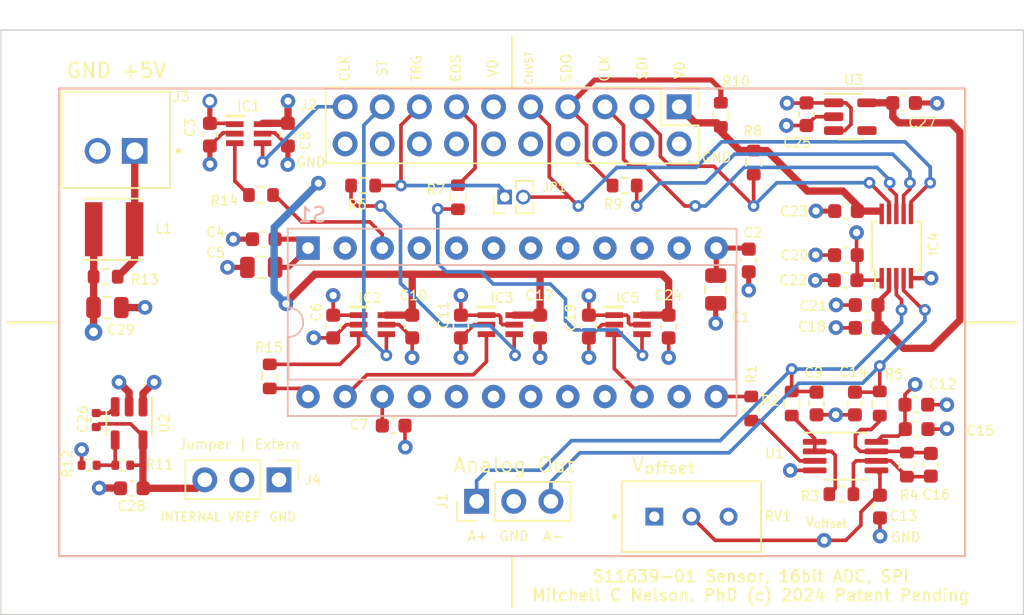
<source format=kicad_pcb>
(kicad_pcb (version 20211014) (generator pcbnew)
  (title_block (title "S11639-01 Sensor Board with SPI interface") (date "2023-12-25") (rev "0.1") (company "Mitchell C Nelson, PhD (c) 2023"))
  (layers (0 "F.Cu" signal) (1 "In1.Cu" signal) (2 "In2.Cu" signal) (31 "B.Cu" signal) (34 "B.Paste" user) (35 "F.Paste" user) (36 "B.SilkS" user "B.Silkscreen") (37 "F.SilkS" user "F.Silkscreen") (38 "B.Mask" user) (39 "F.Mask" user) (44 "Edge.Cuts" user))
  (net 0 "")
  (net 1 "+5V")
  (net 2 "Earth")
  (net 3 "Net-(C7-Pad1)")
  (net 4 "VD")
  (net 5 "Net-(C9-Pad2)")
  (net 6 "VAA")
  (net 7 "Net-(C13-Pad1)")
  (net 8 "Net-(C14-Pad1)")
  (net 9 "Net-(C16-Pad1)")
  (net 10 "Net-(C16-Pad2)")
  (net 11 "+1V8")
  (net 12 "Net-(C26-Pad2)")
  (net 13 "Net-(IC1-Pad3)")
  (net 14 "Net-(IC2-Pad3)")
  (net 15 "Net-(IC3-Pad3)")
  (net 16 "Net-(IC3-Pad4)")
  (net 17 "Net-(C26-Pad1)")
  (net 18 "Net-(IC4-Pad7)")
  (net 19 "Net-(R11-Pad2)")
  (net 20 "Net-(IC5-Pad3)")
  (net 21 "Net-(IC5-Pad4)")
  (net 22 "/+4_6.5V_input")
  (net 23 "Net-(R1-Pad1)")
  (net 24 "Net-(R1-Pad2)")
  (net 25 "Net-(R2-Pad1)")
  (net 41 "CCD:CLK")
  (net 42 "CCD:ST")
  (net 43 "SPI:SDI")
  (net 44 "SPI:CLK")
  (net 45 "SPI:SDO")
  (net 46 "CCD:EOS")
  (net 47 "CCD:TRIG")
  (net 48 "SPI:CNVST")
  (net 49 "Net-(R14-Pad2)")
  (net 50 "Net-(R15-Pad2)")
  (footprint "Resistor_SMD:R_0603_1608Metric" (layer "F.Cu") (at 137.7 90.64 180)
    (fp_text reference "R9")
    (fp_text value "49.9")
  )
  (footprint "Capacitor_SMD:C_0603_1608Metric" (layer "F.Cu") (at 154.26 100.38 180)
    (fp_text reference "C18")
    (fp_text value "1uF")
  )
  (footprint "Capacitor_SMD:C_0603_1608Metric" (layer "F.Cu") (at 113 94.31 180)
    (fp_text reference "C4")
    (fp_text value "0.1uF")
  )
  (footprint "Capacitor_SMD:C_0603_1608Metric" (layer "F.Cu") (at 117.75 100.29 -90)
    (fp_text reference "C6")
    (fp_text value "0.1uF")
  )
  (footprint "Resistor_SMD:R_0603_1608Metric" (layer "F.Cu") (at 157.01 109.74 -90)
    (fp_text reference "R4")
    (fp_text value "2k")
  )
  (footprint "Capacitor_SMD:C_0603_1608Metric" (layer "F.Cu") (at 157.68 107.31)
    (fp_text reference "C15")
    (fp_text value "0.1uF")
  )
  (footprint "Connector_PinHeader_2.54mm:PinHeader_1x03_P2.54mm_Vertical" (layer "F.Cu") (at 114.045 110.78 -90)
    (fp_text reference "J4")
    (fp_text value "Conn_01x03_Male")
  )
  (footprint "Capacitor_SMD:C_0603_1608Metric" (layer "F.Cu") (at 114.653332 87.16 -90)
    (fp_text reference "C8")
    (fp_text value "0.1uF")
  )
  (footprint "Resistor_SMD:R_0603_1608Metric" (layer "F.Cu") (at 146.36 105.9 -90)
    (fp_text reference "R1")
    (fp_text value "100")
  )
  (footprint "BournsTrimPot_3296W-1-502LF:TRIM_3296W-1-502LF" (layer "F.Cu") (at 142.27 113.3)
    (fp_text reference "RV1")
    (fp_text value "10K")
  )
  (footprint "Resistor_SMD:R_0603_1608Metric" (layer "F.Cu") (at 144.28 85.8 90)
    (fp_text reference "R10")
    (fp_text value "30K")
  )
  (footprint "Package_TO_SOT_SMD:SOT-23-5" (layer "F.Cu") (at 153.1425 85.93)
    (fp_text reference "U3")
    (fp_text value "TPS72218")
  )
  (footprint "Capacitor_SMD:C_0603_1608Metric" (layer "F.Cu") (at 152.84 95.4 180)
    (fp_text reference "C20")
    (fp_text value "10uF")
  )
  (footprint "Package_TO_SOT_SMD:TSOT-23-5" (layer "F.Cu") (at 103.785 106.92 -90)
    (fp_text reference "U2")
    (fp_text value "LT1761-BYP")
  )
  (footprint "Package_SO:MSOP-10_3x3mm_P0.5mm" (layer "F.Cu") (at 156.29 94.78 90)
    (fp_text reference "IC4")
    (fp_text value "MCP33131D-10-I_MS")
  )
  (footprint "Connector_PinHeader_2.54mm:PinHeader_2x10_P2.54mm_Vertical" (layer "F.Cu") (at 141.43 85.25 -90)
    (fp_text reference "J2")
    (fp_text value "Conn_02x10_Odd_Even")
  )
  (footprint "Connector_PinHeader_1.27mm:PinHeader_1x02_P1.27mm_Vertical" (layer "F.Cu") (at 129.49 91.43 90)
    (fp_text reference "JP1")
    (fp_text value "Jumper_2_Open")
  )
  (footprint "Capacitor_SMD:C_0805_2012Metric" (layer "F.Cu") (at 112.83 96.24 180)
    (fp_text reference "C5")
    (fp_text value "22uF")
  )
  (footprint "Resistor_SMD:R_0603_1608Metric" (layer "F.Cu") (at 113.41 103.7 -90)
    (fp_text reference "R15")
    (fp_text value "82")
  )
  (footprint "74VLC1T45GW_125:SOT65P210X110-6N" (layer "F.Cu") (at 120.443334 100.16)
    (fp_text reference "IC2")
    (fp_text value "74LVC1T45GW,125" hide)
  )
  (footprint "Resistor_SMD:R_0402_1005Metric" (layer "F.Cu") (at 101.05 109.78 180)
    (fp_text reference "R12")
    (fp_text value "4.4K")
  )
  (footprint "Resistor_SMD:R_0603_1608Metric" (layer "F.Cu") (at 149.13 105.5575 90)
    (fp_text reference "R2")
    (fp_text value "24.9")
  )
  (footprint "Resistor_SMD:R_0603_1608Metric" (layer "F.Cu") (at 126.29 91.44 90)
    (fp_text reference "R7")
    (fp_text value "49.9")
  )
  (footprint "Capacitor_SMD:C_0603_1608Metric" (layer "F.Cu") (at 146.19 95.77 -90)
    (fp_text reference "C2")
    (fp_text value "0.1uF")
  )
  (footprint "Capacitor_SMD:C_0603_1608Metric" (layer "F.Cu") (at 103.97 111.36 180)
    (fp_text reference "C28")
    (fp_text value "10uF")
  )
  (footprint "Capacitor_SMD:C_0603_1608Metric" (layer "F.Cu") (at 152.85 92.39 180)
    (fp_text reference "C23")
    (fp_text value "0.1uF")
  )
  (footprint "Capacitor_SMD:C_0603_1608Metric" (layer "F.Cu") (at 150.1425 85.76 -90)
    (fp_text reference "C25")
    (fp_text value "1uF")
  )
  (footprint "Capacitor_SMD:C_0603_1608Metric" (layer "F.Cu") (at 153.4575 105.5575 -90)
    (fp_text reference "C14")
    (fp_text value "2nF")
  )
  (footprint "Resistor_SMD:R_0603_1608Metric" (layer "F.Cu") (at 102.18 96.88 180)
    (fp_text reference "R13")
    (fp_text value "100")
  )
  (footprint "Inductor_SMD:L_Taiyo-Yuden_NR-40xx" (layer "F.Cu") (at 102.76 93.63 180)
    (fp_text reference "L1")
    (fp_text value "10uH")
  )
  (footprint "Resistor_SMD:R_0603_1608Metric" (layer "F.Cu") (at 146.53 89.07 -90)
    (fp_text reference "R8")
    (fp_text value "10K")
  )
  (footprint "Capacitor_SMD:C_0603_1608Metric" (layer "F.Cu") (at 131.91 100.29 -90)
    (fp_text reference "C17")
    (fp_text value "0.1uF")
  )
  (footprint "Capacitor_SMD:C_0603_1608Metric" (layer "F.Cu") (at 152.82 97.12 180)
    (fp_text reference "C22")
    (fp_text value "100pf")
  )
  (footprint "Capacitor_SMD:C_0603_1608Metric" (layer "F.Cu") (at 123.16 100.29 -90)
    (fp_text reference "C10")
    (fp_text value "0.1uF")
  )
  (footprint "Resistor_SMD:R_0402_1005Metric" (layer "F.Cu") (at 103.35 109.78 180)
    (fp_text reference "R11")
    (fp_text value "10K")
  )
  (footprint "Connector_PinHeader_2.54mm:PinHeader_1x03_P2.54mm_Vertical" (layer "F.Cu") (at 127.57 112.25 90)
    (fp_text reference "J1")
    (fp_text value "Conn_01x03_Male")
  )
  (footprint "Capacitor_SMD:C_0805_2012Metric" (layer "F.Cu") (at 102.3 98.99)
    (fp_text reference "C29")
    (fp_text value "22uF")
  )
  (footprint "Capacitor_SMD:C_0603_1608Metric" (layer "F.Cu") (at 154.26 98.82 180)
    (fp_text reference "C21")
    (fp_text value "0.1uF")
  )
  (footprint "Capacitor_SMD:C_0603_1608Metric" (layer "F.Cu") (at 121.89 107.07)
    (fp_text reference "C7")
    (fp_text value "1uF")
  )
  (footprint "Capacitor_SMD:C_0603_1608Metric" (layer "F.Cu") (at 150.83 105.5575 90)
    (fp_text reference "C9")
    (fp_text value "2nF")
  )
  (footprint "Resistor_SMD:R_0603_1608Metric" (layer "F.Cu") (at 112.81 91.29)
    (fp_text reference "R14")
    (fp_text value "82")
  )
  (footprint "Capacitor_SMD:C_0603_1608Metric" (layer "F.Cu") (at 140.71 100.29 -90)
    (fp_text reference "C24")
    (fp_text value "0.1uF")
  )
  (footprint "74VLC1T45GW_125:SOT65P210X110-6N" (layer "F.Cu") (at 137.936668 100.16)
    (fp_text reference "IC5")
    (fp_text value "74LVC1T45GW,125" hide)
  )
  (footprint "Resistor_SMD:R_0603_1608Metric" (layer "F.Cu") (at 152.53 111.7625)
    (fp_text reference "R3")
    (fp_text value "2k")
  )
  (footprint "Capacitor_SMD:C_0402_1005Metric" (layer "F.Cu") (at 101.535 106.69 90)
    (fp_text reference "C26")
    (fp_text value "0.01uF")
  )
  (footprint "Package_SO:MSOP-8_3x3mm_P0.65mm" (layer "F.Cu") (at 152.8175 109.1575)
    (fp_text reference "U1")
    (fp_text value "ADA4807-2ARMZ-R7")
  )
  (footprint "74VLC1T45GW_125:SOT65P210X110-6N" (layer "F.Cu") (at 111.97 87.09)
    (fp_text reference "IC1")
    (fp_text value "74LVC1T45GW,125" hide)
  )
  (footprint "Capacitor_SMD:C_0603_1608Metric" (layer "F.Cu") (at 157.66 105.64)
    (fp_text reference "C12")
    (fp_text value "10uF")
  )
  (footprint "74VLC1T45GW_125:SOT65P210X110-6N" (layer "F.Cu") (at 129.19 100.16)
    (fp_text reference "IC3")
    (fp_text value "74LVC1T45GW,125" hide)
  )
  (footprint "705430001:MOLEX_705430001" (layer "F.Cu") (at 102.9 88.27)
    (fp_text reference "J3")
    (fp_text value "705430001")
  )
  (footprint "Capacitor_SMD:C_0805_2012Metric" (layer "F.Cu") (at 143.93 97.75 -90)
    (fp_text reference "C1")
    (fp_text value "22uF")
  )
  (footprint "Capacitor_SMD:C_0603_1608Metric" (layer "F.Cu") (at 135.25 100.29 -90)
    (fp_text reference "C19")
    (fp_text value "0.1uF")
  )
  (footprint "Resistor_SMD:R_0603_1608Metric" (layer "F.Cu") (at 155.1575 105.5575 90)
    (fp_text reference "R5")
    (fp_text value "24.9")
  )
  (footprint "Capacitor_SMD:C_0603_1608Metric" (layer "F.Cu") (at 158.65 109.75 -90)
    (fp_text reference "C16")
    (fp_text value "2p")
  )
  (footprint "Capacitor_SMD:C_0603_1608Metric" (layer "F.Cu") (at 156.82 84.99)
    (fp_text reference "C27")
    (fp_text value "1uF")
  )
  (footprint "Capacitor_SMD:C_0603_1608Metric" (layer "F.Cu") (at 126.49 100.29 -90)
    (fp_text reference "C11")
    (fp_text value "0.1uF")
  )
  (footprint "Capacitor_SMD:C_0603_1608Metric" (layer "F.Cu") (at 109.313332 87.16 -90)
    (fp_text reference "C3")
    (fp_text value "0.1uF")
  )
  (footprint "Capacitor_SMD:C_0603_1608Metric" (layer "F.Cu") (at 155.17 112.6125 -90)
    (fp_text reference "C13")
    (fp_text value "0.1uF")
  )
  (footprint "Resistor_SMD:R_0603_1608Metric" (layer "F.Cu") (at 119.8 90.64)
    (fp_text reference "R6")
    (fp_text value "49.9")
  )
  (footprint "Package_DIP:DIP-24_W10.16mm_Socket" (layer "B.Cu") (at 116.03 94.92 -90)
    (fp_text reference "S1")
    (fp_text value "S11639-01")
  )
  (gr_rect (start 99 116) (end 161 84) (layer "B.SilkS") (width 0.15) (fill none))
  (gr_line (start 130 119.5) (end 130 116) (layer "F.SilkS") (width 0.15))
  (gr_line (start 95.5 100) (end 99 100) (layer "F.SilkS") (width 0.15))
  (gr_line (start 161 100) (end 164.5 100) (layer "F.SilkS") (width 0.15))
  (gr_rect (start 99 84) (end 161 116) (layer "F.SilkS") (width 0.15) (fill none))
  (gr_line (start 130 84) (end 130 80.5) (layer "F.SilkS") (width 0.15))
  (gr_rect (start 95 80) (end 165 120) (layer "Edge.Cuts") (width 0.1) (fill none))
  (gr_text "GND" (at 101.03 82.77) (layer "F.SilkS") (effects (font (size 1 1))))
  (gr_text "A+" (at 127.66 114.64) (layer "F.SilkS") (effects (font (size 0.66 0.66) (thickness 0.1))))
  (gr_text "INTERNAL" (at 108 113.32) (layer "F.SilkS") (effects (font (size 0.6 0.6) (thickness 0.1))))
  (gr_text "Analog Out" (at 130.12 109.77) (layer "F.SilkS") (effects (font (size 1 1) (thickness 0.12))))
  (gr_text "GND" (at 114.3 113.32) (layer "F.SilkS") (effects (font (size 0.6 0.6) (thickness 0.1))))
  (gr_text "S11639-01 Sensor, 16bit ADC, SPI\nMitchell C Nelson, PhD (c) 2024 Patent Pending" (at 146.33 118.03) (layer "F.SilkS") (effects (font (size 0.8 0.8) (thickness 0.14))))
  (gr_text "SDO" (at 133.7 82.61 90) (layer "F.SilkS") (effects (font (size 0.66 0.66) (thickness 0.1))))
  (gr_text "EOS" (at 126.15 82.610001 90) (layer "F.SilkS") (effects (font (size 0.66 0.66) (thickness 0.1))))
  (gr_text "GND" (at 143.98 88.73) (layer "F.SilkS") (effects (font (size 0.66 0.66) (thickness 0.1))))
  (gr_text "V_{offset}" (at 151.5 113.66) (layer "F.SilkS") (effects (font (size 0.66 0.66) (thickness 0.1))))
  (gr_text "CLK" (at 118.54 82.61 90) (layer "F.SilkS") (effects (font (size 0.66 0.66) (thickness 0.1))))
  (gr_text "TRG" (at 123.45 82.610001 90) (layer "F.SilkS") (effects (font (size 0.66 0.66) (thickness 0.1))))
  (gr_text "VD" (at 141.46 82.74 90) (layer "F.SilkS") (effects (font (size 0.66 0.66) (thickness 0.1))))
  (gr_text "SDI" (at 138.91 82.610001 90) (layer "F.SilkS") (effects (font (size 0.66 0.66) (thickness 0.1))))
  (gr_text "CNVST" (at 131.15 82.61 90) (layer "F.SilkS") (effects (font (size 0.5 0.5) (thickness 0.08))))
  (gr_text "CLK" (at 136.31 82.61 90) (layer "F.SilkS") (effects (font (size 0.66 0.66) (thickness 0.1))))
  (gr_text "GND" (at 130.13 114.64) (layer "F.SilkS") (effects (font (size 0.66 0.66) (thickness 0.1))))
  (gr_text "A-" (at 132.81 114.64) (layer "F.SilkS") (effects (font (size 0.66 0.66) (thickness 0.1))))
  (gr_text "VD" (at 128.67 82.61 90) (layer "F.SilkS") (effects (font (size 0.66 0.66) (thickness 0.1))))
  (gr_text "GND" (at 116.22 89.05) (layer "F.SilkS") (effects (font (size 0.66 0.66) (thickness 0.1))))
  (gr_text "VREF" (at 111.65 113.32) (layer "F.SilkS") (effects (font (size 0.6 0.6) (thickness 0.1))))
  (gr_text "+5V" (at 104.79 82.77) (layer "F.SilkS") (effects (font (size 1 1))))
  (gr_text "Jumper | Extern" (at 107.13 108.34) (layer "F.SilkS") (effects (font (size 0.66 0.66) (thickness 0.1)) (justify left)))
  (gr_text "GND" (at 156.94 114.7) (layer "F.SilkS") (effects (font (size 0.66 0.66) (thickness 0.1))))
  (gr_text "ST" (at 121.12 82.610001 90) (layer "F.SilkS") (effects (font (size 0.66 0.66) (thickness 0.1))))
  (gr_text "V_{offset}" (at 140.34 109.77) (layer "F.SilkS") (effects (font (size 1 1) (thickness 0.12))))
  (segment (start 113.78 96.24) (end 114.71 96.24) (width 0.35) (layer "F.Cu") (net 1))
  (segment (start 137.961668 100.035) (end 138.086668 100.16) (width 0.25) (layer "F.Cu") (net 1))
  (segment (start 137.836668 99.51) (end 137.961668 99.635) (width 0.25) (layer "F.Cu") (net 1))
  (segment (start 152.76 86.88) (end 153.19 86.45) (width 0.25) (layer "F.Cu") (net 1))
  (segment (start 104.735 105.7825) (end 104.735 104.865) (width 0.5) (layer "F.Cu") (net 1))
  (segment (start 137.961668 99.635) (end 137.961668 100.035) (width 0.25) (layer "F.Cu") (net 1))
  (segment (start 129.09 99.51) (end 129.215 99.635) (width 0.25) (layer "F.Cu") (net 1))
  (segment (start 152.84 84.98) (end 152.005 84.98) (width 0.25) (layer "F.Cu") (net 1))
  (segment (start 153.19 85.33) (end 152.84 84.98) (width 0.25) (layer "F.Cu") (net 1))
  (segment (start 138.086668 100.16) (end 138.886668 100.16) (width 0.25) (layer "F.Cu") (net 1))
  (segment (start 119.488334 99.515) (end 119.493334 99.51) (width 0.25) (layer "F.Cu") (net 1))
  (segment (start 148.8125 85) (end 150.1275 85) (width 0.25) (layer "F.Cu") (net 1))
  (segment (start 101.355 96.88) (end 101.355 98.985) (width 0.5) (layer "F.Cu") (net 1))
  (segment (start 150.1425 84.985) (end 152 84.985) (width 0.25) (layer "F.Cu") (net 1))
  (segment (start 109.313332 84.863332) (end 109.31 84.86) (width 0.25) (layer "F.Cu") (net 1))
  (segment (start 136.986668 99.51) (end 137.836668 99.51) (width 0.25) (layer "F.Cu") (net 1))
  (segment (start 126.49 99.515) (end 128.235 99.515) (width 0.25) (layer "F.Cu") (net 1))
  (segment (start 128.24 99.51) (end 129.09 99.51) (width 0.25) (layer "F.Cu") (net 1))
  (segment (start 152 84.985) (end 152.005 84.98) (width 0.25) (layer "F.Cu") (net 1))
  (segment (start 101.36 96.875) (end 101.355 96.88) (width 0.25) (layer "F.Cu") (net 1))
  (segment (start 114.71 96.24) (end 116.03 94.92) (width 0.35) (layer "F.Cu") (net 1))
  (segment (start 150.1275 85) (end 150.1425 84.985) (width 0.25) (layer "F.Cu") (net 1))
  (segment (start 117.75 99.515) (end 119.488334 99.515) (width 0.25) (layer "F.Cu") (net 1))
  (segment (start 109.313332 86.385) (end 111.015 86.385) (width 0.25) (layer "F.Cu") (net 1))
  (segment (start 115.42 94.31) (end 116.03 94.92) (width 0.35) (layer "F.Cu") (net 1))
  (segment (start 136.981668 99.515) (end 136.986668 99.51) (width 0.25) (layer "F.Cu") (net 1))
  (segment (start 126.49 99.515) (end 126.49 98.16) (width 0.25) (layer "F.Cu") (net 1))
  (segment (start 146.115 94.92) (end 146.19 94.995) (width 0.25) (layer "F.Cu") (net 1))
  (segment (start 128.235 99.515) (end 128.24 99.51) (width 0.25) (layer "F.Cu") (net 1))
  (segment (start 143.97 94.92) (end 146.115 94.92) (width 0.35) (layer "F.Cu") (net 1))
  (segment (start 129.34 100.16) (end 130.14 100.16) (width 0.25) (layer "F.Cu") (net 1))
  (segment (start 143.97 96.76) (end 143.93 96.8) (width 0.25) (layer "F.Cu") (net 1))
  (segment (start 109.313332 86.385) (end 109.313332 84.863332) (width 0.35) (layer "F.Cu") (net 1))
  (segment (start 129.215 100.035) (end 129.34 100.16) (width 0.25) (layer "F.Cu") (net 1))
  (segment (start 129.215 99.635) (end 129.215 100.035) (width 0.25) (layer "F.Cu") (net 1))
  (segment (start 153.19 86.45) (end 153.19 85.33) (width 0.25) (layer "F.Cu") (net 1))
  (segment (start 143.97 94.92) (end 143.97 96.76) (width 0.35) (layer "F.Cu") (net 1))
  (segment (start 104.735 104.865) (end 105.5 104.1) (width 0.5) (layer "F.Cu") (net 1))
  (segment (start 135.25 99.515) (end 135.25 98.18) (width 0.25) (layer "F.Cu") (net 1))
  (segment (start 135.25 99.515) (end 136.981668 99.515) (width 0.25) (layer "F.Cu") (net 1))
  (segment (start 152.005 86.88) (end 152.76 86.88) (width 0.25) (layer "F.Cu") (net 1))
  (segment (start 113.775 94.31) (end 115.42 94.31) (width 0.35) (layer "F.Cu") (net 1))
  (segment (start 117.75 99.515) (end 117.75 98.16) (width 0.25) (layer "F.Cu") (net 1))
  (segment (start 101.355 98.985) (end 101.355 100.655) (width 0.5) (layer "F.Cu") (net 1))
  (segment (start 101.36 93.63) (end 101.36 96.875) (width 0.5) (layer "F.Cu") (net 1))
  (via (at 148.8125 85) (size 1) (drill 0.5) (layers "F.Cu" "B.Cu") (net 1))
  (via (at 109.31 84.86) (size 1) (drill 0.6) (layers "F.Cu" "B.Cu") (net 1))
  (via (at 105.5 104.1) (size 1) (drill 0.5) (layers "F.Cu" "B.Cu") (net 1))
  (via (at 126.49 98.16) (size 1) (drill 0.5) (layers "F.Cu" "B.Cu") (net 1))
  (via (at 101.35 100.66) (size 1.2) (drill 0.6) (layers "F.Cu" "B.Cu") (net 1))
  (via (at 135.25 98.18) (size 1) (drill 0.5) (layers "F.Cu" "B.Cu") (net 1))
  (via (at 117.75 98.16) (size 1) (drill 0.5) (layers "F.Cu" "B.Cu") (net 1))
  (segment (start 152.14 106.3325) (end 153.4575 106.3325) (width 0.25) (layer "F.Cu") (net 2))
  (segment (start 127.395 100.16) (end 128.24 100.16) (width 0.25) (layer "F.Cu") (net 2))
  (segment (start 123.16 102.4) (end 123.15 102.41) (width 0.25) (layer "F.Cu") (net 2))
  (segment (start 131.91 101.065) (end 131.91 102.41) (width 0.25) (layer "F.Cu") (net 2))
  (segment (start 122.665 108.525) (end 122.69 108.55) (width 0.25) (layer "F.Cu") (net 2))
  (segment (start 153.485 98.82) (end 152.18 98.82) (width 0.25) (layer "F.Cu") (net 2))
  (segment (start 152.065 95.4) (end 150.78 95.4) (width 0.25) (layer "F.Cu") (net 2))
  (segment (start 111.88 96.24) (end 110.52 96.24) (width 0.35) (layer "F.Cu") (net 2))
  (segment (start 158.455 107.31) (end 159.72 107.31) (width 0.25) (layer "F.Cu") (net 2))
  (segment (start 148.7725 86.53) (end 150.1375 86.53) (width 0.25) (layer "F.Cu") (net 2))
  (segment (start 112.92 87.03) (end 113.748332 87.03) (width 0.25) (layer "F.Cu") (net 2))
  (segment (start 140.71 101.065) (end 140.71 102.41) (width 0.25) (layer "F.Cu") (net 2))
  (segment (start 116.425 101.065) (end 116.42 101.06) (width 0.25) (layer "F.Cu") (net 2))
  (segment (start 149.03 110.1325) (end 150.705 110.1325) (width 0.25) (layer "F.Cu") (net 2))
  (segment (start 150.83 106.3325) (end 152.14 106.3325) (width 0.25) (layer "F.Cu") (net 2))
  (segment (start 159.72 107.31) (end 159.75 107.28) (width 0.25) (layer "F.Cu") (net 2))
  (segment (start 150.1375 86.53) (end 150.1425 86.535) (width 0.25) (layer "F.Cu") (net 2))
  (segment (start 118.655 100.16) (end 119.493334 100.16) (width 0.25) (layer "F.Cu") (net 2))
  (segment (start 103.785 104.795) (end 103.785 105.7825) (width 0.5) (layer "F.Cu") (net 2))
  (segment (start 150.76 97.12) (end 150.75 97.13) (width 0.25) (layer "F.Cu") (net 2))
  (segment (start 152.045 97.12) (end 150.76 97.12) (width 0.25) (layer "F.Cu") (net 2))
  (segment (start 150.78 95.4) (end 150.77 95.39) (width 0.25) (layer "F.Cu") (net 2))
  (segment (start 112.225 94.31) (end 110.91 94.31) (width 0.35) (layer "F.Cu") (net 2))
  (segment (start 117.75 101.065) (end 118.655 100.16) (width 0.25) (layer "F.Cu") (net 2))
  (segment (start 123.16 101.065) (end 123.16 102.4) (width 0.25) (layer "F.Cu") (net 2))
  (segment (start 114.653332 87.935) (end 114.653332 89.186668) (width 0.35) (layer "F.Cu") (net 2))
  (segment (start 150.7475 85.93) (end 152.005 85.93) (width 0.25) (layer "F.Cu") (net 2))
  (segment (start 152.18 100.38) (end 152.16 100.36) (width 0.25) (layer "F.Cu") (net 2))
  (segment (start 103.25 98.99) (end 104.86 98.99) (width 0.5) (layer "F.Cu") (net 2))
  (segment (start 113.748332 87.03) (end 114.653332 87.935) (width 0.25) (layer "F.Cu") (net 2))
  (segment (start 101.74 111.34) (end 103.175 111.34) (width 0.5) (layer "F.Cu") (net 2))
  (segment (start 158.435 105.64) (end 159.75 105.64) (width 0.25) (layer "F.Cu") (net 2))
  (segment (start 109.313332 87.935) (end 109.313332 89.173332) (width 0.35) (layer "F.Cu") (net 2))
  (segment (start 155.17 114.6225) (end 155.18 114.6325) (width 0.25) (layer "F.Cu") (net 2))
  (segment (start 152.18 98.82) (end 152.17 98.81) (width 0.25) (layer "F.Cu") (net 2))
  (segment (start 100.54 109.78) (end 100.54 108.71) (width 0.25) (layer "F.Cu") (net 2))
  (segment (start 122.665 107.07) (end 122.665 108.525) (width 0.25) (layer "F.Cu") (net 2))
  (segment (start 136.155 100.16) (end 135.25 101.065) (width 0.25) (layer "F.Cu") (net 2))
  (segment (start 152.075 92.39) (end 150.8 92.39) (width 0.35) (layer "F.Cu") (net 2))
  (segment (start 155.17 113.3875) (end 155.17 114.6225) (width 0.25) (layer "F.Cu") (net 2))
  (segment (start 121.393334 100.16) (end 122.255 100.16) (width 0.25) (layer "F.Cu") (net 2))
  (segment (start 103.09 104.1) (end 103.785 104.795) (width 0.5) (layer "F.Cu") (net 2))
  (segment (start 146.19 96.545) (end 146.19 97.8) (width 0.35) (layer "F.Cu") (net 2))
  (segment (start 126.49 101.065) (end 126.49 102.37) (width 0.25) (layer "F.Cu") (net 2))
  (segment (start 153.485 100.38) (end 152.18 100.38) (width 0.25) (layer "F.Cu") (net 2))
  (segment (start 157.595 84.99) (end 159.06 84.99) (width 0.35) (layer "F.Cu") (net 2))
  (segment (start 150.1425 86.535) (end 150.7475 85.93) (width 0.25) (layer "F.Cu") (net 2))
  (segment (start 117.75 101.065) (end 116.425 101.065) (width 0.25) (layer "F.Cu") (net 2))
  (segment (start 111.02 87.03) (end 110.218332 87.03) (width 0.25) (layer "F.Cu") (net 2))
  (segment (start 143.93 98.7) (end 143.93 100.07) (width 0.35) (layer "F.Cu") (net 2))
  (segment (start 110.218332 87.03) (end 109.313332 87.935) (width 0.25) (layer "F.Cu") (net 2))
  (segment (start 122.255 100.16) (end 123.16 101.065) (width 0.25) (layer "F.Cu") (net 2))
  (segment (start 150.8 92.39) (end 150.79 92.38) (width 0.25) (layer "F.Cu") (net 2))
  (segment (start 114.653332 89.186668) (end 114.64 89.2) (width 0.25) (layer "F.Cu") (net 2))
  (segment (start 109.313332 89.173332) (end 109.32 89.18) (width 0.25) (layer "F.Cu") (net 2))
  (segment (start 103.175 111.34) (end 103.195 111.36) (width 0.25) (layer "F.Cu") (net 2))
  (segment (start 135.25 101.065) (end 135.25 102.37) (width 0.25) (layer "F.Cu") (net 2))
  (segment (start 126.49 101.065) (end 127.395 100.16) (width 0.25) (layer "F.Cu") (net 2))
  (segment (start 157.29 96.98) (end 158.67 96.98) (width 0.3) (layer "F.Cu") (net 2))
  (segment (start 136.986668 100.16) (end 136.155 100.16) (width 0.25) (layer "F.Cu") (net 2))
  (segment (start 159.06 84.99) (end 159.08 85.01) (width 0.25) (layer "F.Cu") (net 2))
  (via (at 150.75 97.13) (size 1) (drill 0.5) (layers "F.Cu" "B.Cu") (net 2))
  (via (at 116.42 101.06) (size 1) (drill 0.5) (layers "F.Cu" "B.Cu") (net 2))
  (via (at 143.93 100.07) (size 1) (drill 0.5) (layers "F.Cu" "B.Cu") (net 2))
  (via (at 110.91 94.31) (size 1) (drill 0.5) (layers "F.Cu" "B.Cu") (net 2))
  (via (at 150.77 95.39) (size 1) (drill 0.5) (layers "F.Cu" "B.Cu") (net 2))
  (via (at 158.67 96.98) (size 1) (drill 0.5) (layers "F.Cu" "B.Cu") (net 2))
  (via (at 126.49 102.41) (size 1) (drill 0.5) (layers "F.Cu" "B.Cu") (net 2))
  (via (at 104.87 98.98) (size 1) (drill 0.5) (layers "F.Cu" "B.Cu") (net 2))
  (via (at 150.79 92.38) (size 1) (drill 0.5) (layers "F.Cu" "B.Cu") (net 2))
  (via (at 110.52 96.24) (size 1) (drill 0.5) (layers "F.Cu" "B.Cu") (net 2))
  (via (at 149.03 110.1325) (size 1) (drill 0.5) (layers "F.Cu" "B.Cu") (net 2))
  (via (at 131.91 102.41) (size 1) (drill 0.5) (layers "F.Cu" "B.Cu") (net 2))
  (via (at 155.18 114.6325) (size 1) (drill 0.5) (layers "F.Cu" "B.Cu") (net 2))
  (via (at 152.14 106.3325) (size 1) (drill 0.5) (layers "F.Cu" "B.Cu") (net 2))
  (via (at 148.7725 86.53) (size 1) (drill 0.5) (layers "F.Cu" "B.Cu") (net 2))
  (via (at 140.71 102.41) (size 1) (drill 0.5) (layers "F.Cu" "B.Cu") (net 2))
  (via (at 100.54 108.71) (size 1) (drill 0.5) (layers "F.Cu" "B.Cu") (net 2))
  (via (at 122.69 108.55) (size 1) (drill 0.5) (layers "F.Cu" "B.Cu") (net 2))
  (via (at 159.75 105.64) (size 1) (drill 0.5) (layers "F.Cu" "B.Cu") (net 2))
  (via (at 114.64 89.2) (size 1) (drill 0.5) (layers "F.Cu" "B.Cu") (net 2))
  (via (at 123.15 102.41) (size 1) (drill 0.5) (layers "F.Cu" "B.Cu") (net 2))
  (via (at 109.32 89.18) (size 1) (drill 0.5) (layers "F.Cu" "B.Cu") (net 2))
  (via (at 159.08 85.01) (size 1) (drill 0.5) (layers "F.Cu" "B.Cu") (net 2))
  (via (at 135.25 102.41) (size 1) (drill 0.5) (layers "F.Cu" "B.Cu") (net 2))
  (via (at 152.16 100.36) (size 1) (drill 0.5) (layers "F.Cu" "B.Cu") (net 2))
  (via (at 103.09 104.1) (size 1) (drill 0.5) (layers "F.Cu" "B.Cu") (net 2))
  (via (at 101.74 111.34) (size 1) (drill 0.5) (layers "F.Cu" "B.Cu") (net 2))
  (via (at 152.17 98.81) (size 1) (drill 0.5) (layers "F.Cu" "B.Cu") (net 2))
  (via (at 159.75 107.28) (size 1) (drill 0.5) (layers "F.Cu" "B.Cu") (net 2))
  (via (at 146.19 97.8) (size 1) (drill 0.5) (layers "F.Cu" "B.Cu") (net 2))
  (segment (start 121.11 107.065) (end 121.115 107.07) (width 0.25) (layer "F.Cu") (net 3))
  (segment (start 121.11 105.08) (end 121.11 107.065) (width 0.25) (layer "F.Cu") (net 3))
  (segment (start 114.515 98.735) (end 114.515 98.685) (width 0.5) (layer "F.Cu") (net 4))
  (segment (start 123.16 99.515) (end 123.16 96.75) (width 0.5) (layer "F.Cu") (net 4))
  (segment (start 121.393334 99.51) (end 123.155 99.51) (width 0.5) (layer "F.Cu") (net 4))
  (segment (start 130.14 99.51) (end 131.905 99.51) (width 0.5) (layer "F.Cu") (net 4))
  (segment (start 144.005 86.35) (end 144.28 86.625) (width 0.5) (layer "F.Cu") (net 4))
  (segment (start 143.6875 86.35) (end 144.005 86.35) (width 0.5) (layer "F.Cu") (net 4))
  (segment (start 152.64 91.02) (end 153.625 92.005) (width 0.5) (layer "F.Cu") (net 4))
  (segment (start 123.155 99.51) (end 123.16 99.515) (width 0.5) (layer "F.Cu") (net 4))
  (segment (start 131.91 96.71) (end 140.24 96.71) (width 0.5) (layer "F.Cu") (net 4))
  (segment (start 140.24 96.71) (end 140.71 97.18) (width 0.5) (layer "F.Cu") (net 4))
  (segment (start 145.5775 88.24) (end 146.525 88.24) (width 0.5) (layer "F.Cu") (net 4))
  (segment (start 140.705 99.51) (end 140.71 99.515) (width 0.5) (layer "F.Cu") (net 4))
  (segment (start 150.21 91.02) (end 152.64 91.02) (width 0.5) (layer "F.Cu") (net 4))
  (segment (start 146.53 88.245) (end 147.435 88.245) (width 0.5) (layer "F.Cu") (net 4))
  (segment (start 140.71 97.18) (end 140.71 99.515) (width 0.5) (layer "F.Cu") (net 4))
  (segment (start 123.16 96.75) (end 123.12 96.71) (width 0.5) (layer "F.Cu") (net 4))
  (segment (start 144.28 86.625) (end 144.28 86.9425) (width 0.5) (layer "F.Cu") (net 4))
  (segment (start 114.66 86.378332) (end 114.653332 86.385) (width 0.5) (layer "F.Cu") (net 4))
  (segment (start 114.515 98.685) (end 116.49 96.71) (width 0.5) (layer "F.Cu") (net 4))
  (segment (start 142.53 86.35) (end 143.6875 86.35) (width 0.5) (layer "F.Cu") (net 4))
  (segment (start 153.625 92.005) (end 153.625 92.39) (width 0.5) (layer "F.Cu") (net 4))
  (segment (start 131.91 99.515) (end 131.91 96.71) (width 0.5) (layer "F.Cu") (net 4))
  (segment (start 138.886668 99.51) (end 140.705 99.51) (width 0.5) (layer "F.Cu") (net 4))
  (segment (start 112.92 86.38) (end 114.648332 86.38) (width 0.5) (layer "F.Cu") (net 4))
  (segment (start 141.43 85.25) (end 142.53 86.35) (width 0.5) (layer "F.Cu") (net 4))
  (segment (start 114.66 84.86) (end 114.66 86.378332) (width 0.5) (layer "F.Cu") (net 4))
  (segment (start 144.28 86.9425) (end 145.5775 88.24) (width 0.5) (layer "F.Cu") (net 4))
  (segment (start 123.12 96.71) (end 131.91 96.71) (width 0.5) (layer "F.Cu") (net 4))
  (segment (start 147.435 88.245) (end 150.21 91.02) (width 0.5) (layer "F.Cu") (net 4))
  (segment (start 153.625 92.39) (end 155.1 92.39) (width 0.5) (layer "F.Cu") (net 4))
  (segment (start 131.905 99.51) (end 131.91 99.515) (width 0.5) (layer "F.Cu") (net 4))
  (segment (start 114.648332 86.38) (end 114.653332 86.385) (width 0.5) (layer "F.Cu") (net 4))
  (segment (start 116.49 96.71) (end 123.12 96.71) (width 0.5) (layer "F.Cu") (net 4))
  (segment (start 146.525 88.24) (end 146.53 88.245) (width 0.5) (layer "F.Cu") (net 4))
  (via (at 114.515 98.735) (size 1) (drill 0.5) (layers "F.Cu" "B.Cu") (net 4))
  (via (at 114.66 84.86) (size 1) (drill 0.5) (layers "F.Cu" "B.Cu") (net 4))
  (via (at 116.74 90.48) (size 1) (drill 0.5) (layers "F.Cu" "B.Cu") (net 4))
  (segment (start 113.71 97.93) (end 113.71 93.51) (width 0.5) (layer "B.Cu") (net 4))
  (segment (start 114.515 98.735) (end 113.71 97.93) (width 0.5) (layer "B.Cu") (net 4))
  (segment (start 113.71 93.51) (end 116.74 90.48) (width 0.5) (layer "B.Cu") (net 4))
  (segment (start 156.29 98.11) (end 156.65 98.47) (width 0.25) (layer "F.Cu") (net 5))
  (segment (start 149.13 104.7325) (end 150.78 104.7325) (width 0.25) (layer "F.Cu") (net 5))
  (segment (start 150.78 104.7325) (end 150.83 104.7825) (width 0.25) (layer "F.Cu") (net 5))
  (segment (start 156.29 96.98) (end 156.29 98.11) (width 0.25) (layer "F.Cu") (net 5))
  (segment (start 156.65 98.47) (end 156.65 99.15) (width 0.25) (layer "F.Cu") (net 5))
  (segment (start 149.13 104.7325) (end 149.13 103.2) (width 0.25) (layer "F.Cu") (net 5))
  (via (at 156.65 99.15) (size 0.8) (drill 0.4) (layers "F.Cu" "B.Cu") (net 5))
  (via (at 149.13 103.2) (size 0.8) (drill 0.4) (layers "F.Cu" "B.Cu") (net 5))
  (segment (start 127.57 110.85) (end 127.57 112.25) (width 0.25) (layer "B.Cu") (net 5))
  (segment (start 134.06 108.1) (end 132.04 110.12) (width 0.25) (layer "B.Cu") (net 5))
  (segment (start 149.13 103.2) (end 144.23 108.1) (width 0.25) (layer "B.Cu") (net 5))
  (segment (start 156.65 100.02) (end 156.65 99.15) (width 0.25) (layer "B.Cu") (net 5))
  (segment (start 153.47 103.2) (end 156.65 100.02) (width 0.25) (layer "B.Cu") (net 5))
  (segment (start 128.3 110.12) (end 127.57 110.85) (width 0.25) (layer "B.Cu") (net 5))
  (segment (start 144.23 108.1) (end 134.06 108.1) (width 0.25) (layer "B.Cu") (net 5))
  (segment (start 149.13 103.2) (end 153.47 103.2) (width 0.25) (layer "B.Cu") (net 5))
  (segment (start 132.04 110.12) (end 128.3 110.12) (width 0.25) (layer "B.Cu") (net 5))
  (segment (start 156.425 107.79) (end 156.905 107.31) (width 0.25) (layer "F.Cu") (net 6))
  (segment (start 157.58 104.25) (end 156.885 104.945) (width 0.25) (layer "F.Cu") (net 6))
  (segment (start 153.615 97.1) (end 153.595 97.12) (width 0.25) (layer "F.Cu") (net 6))
  (segment (start 153.57 95.355) (end 153.615 95.4) (width 0.25) (layer "F.Cu") (net 6))
  (segment (start 156.885 105.64) (end 156.885 107.29) (width 0.25) (layer "F.Cu") (net 6))
  (segment (start 155.3225 107.79) (end 156.425 107.79) (width 0.25) (layer "F.Cu") (net 6))
  (segment (start 155.15 97.12) (end 155.29 96.98) (width 0.25) (layer "F.Cu") (net 6))
  (segment (start 153.615 95.4) (end 153.615 97.1) (width 0.25) (layer "F.Cu") (net 6))
  (segment (start 154.93 108.1825) (end 155.3225 107.79) (width 0.25) (layer "F.Cu") (net 6))
  (segment (start 156.885 104.945) (end 156.885 105.64) (width 0.25) (layer "F.Cu") (net 6))
  (segment (start 153.595 97.12) (end 155.15 97.12) (width 0.25) (layer "F.Cu") (net 6))
  (segment (start 156.885 107.29) (end 156.905 107.31) (width 0.25) (layer "F.Cu") (net 6))
  (segment (start 153.57 93.86) (end 153.57 95.355) (width 0.25) (layer "F.Cu") (net 6))
  (via (at 157.58 104.25) (size 1) (drill 0.5) (layers "F.Cu" "B.Cu") (net 6))
  (via (at 153.57 93.86) (size 1) (drill 0.5) (layers "F.Cu" "B.Cu") (net 6))
  (segment (start 154.93 110.1325) (end 155.17 110.3725) (width 0.25) (layer "F.Cu") (net 7))
  (segment (start 143.89 114.92) (end 152.83 114.92) (width 0.25) (layer "F.Cu") (net 7))
  (segment (start 155.0125 111.8375) (end 155.17 111.8375) (width 0.25) (layer "F.Cu") (net 7))
  (segment (start 152.83 114.92) (end 153.87 113.88) (width 0.25) (layer "F.Cu") (net 7))
  (segment (start 155.17 110.3725) (end 155.17 111.8375) (width 0.25) (layer "F.Cu") (net 7))
  (segment (start 153.87 112.98) (end 155.0125 111.8375) (width 0.25) (layer "F.Cu") (net 7))
  (segment (start 153.87 113.88) (end 153.87 112.98) (width 0.25) (layer "F.Cu") (net 7))
  (segment (start 142.27 113.3) (end 143.89 114.92) (width 0.25) (layer "F.Cu") (net 7))
  (via (at 151.35 114.92) (size 1) (drill 0.5) (layers "F.Cu" "B.Cu") (net 7))
  (segment (start 153.4575 104.7825) (end 155.1075 104.7825) (width 0.25) (layer "F.Cu") (net 8))
  (segment (start 155.1575 102.9925) (end 155.1575 104.7325) (width 0.25) (layer "F.Cu") (net 8))
  (segment (start 155.1075 104.7825) (end 155.1575 104.7325) (width 0.25) (layer "F.Cu") (net 8))
  (segment (start 156.79 97.82) (end 156.79 96.98) (width 0.25) (layer "F.Cu") (net 8))
  (segment (start 158.12 99.15) (end 156.79 97.82) (width 0.25) (layer "F.Cu") (net 8))
  (segment (start 158.25 99.15) (end 158.12 99.15) (width 0.25) (layer "F.Cu") (net 8))
  (via (at 155.1575 102.9925) (size 0.8) (drill 0.4) (layers "F.Cu" "B.Cu") (net 8))
  (via (at 158.25 99.15) (size 0.8) (drill 0.4) (layers "F.Cu" "B.Cu") (net 8))
  (segment (start 132.65 112.25) (end 132.65 110.92) (width 0.25) (layer "B.Cu") (net 8))
  (segment (start 158.25 99.9) (end 158.25 99.15) (width 0.25) (layer "B.Cu") (net 8))
  (segment (start 155.1575 102.9925) (end 158.25 99.9) (width 0.25) (layer "B.Cu") (net 8))
  (segment (start 144.85 108.93) (end 149.61 104.17) (width 0.25) (layer "B.Cu") (net 8))
  (segment (start 149.61 104.17) (end 153.98 104.17) (width 0.25) (layer "B.Cu") (net 8))
  (segment (start 134.64 108.93) (end 144.85 108.93) (width 0.25) (layer "B.Cu") (net 8))
  (segment (start 153.98 104.17) (end 155.1575 102.9925) (width 0.25) (layer "B.Cu") (net 8))
  (segment (start 132.65 110.92) (end 134.64 108.93) (width 0.25) (layer "B.Cu") (net 8))
  (segment (start 156.9275 108.8325) (end 157.01 108.915) (width 0.25) (layer "F.Cu") (net 9))
  (segment (start 157.01 108.915) (end 158.59 108.915) (width 0.25) (layer "F.Cu") (net 9))
  (segment (start 153.49 108.5) (end 153.49 107.72) (width 0.25) (layer "F.Cu") (net 9))
  (segment (start 154.26 107.34) (end 154.57 107.34) (width 0.25) (layer "F.Cu") (net 9))
  (segment (start 154.57 107.34) (end 155.1575 106.7525) (width 0.25) (layer "F.Cu") (net 9))
  (segment (start 155.1575 106.7525) (end 155.1575 106.3825) (width 0.25) (layer "F.Cu") (net 9))
  (segment (start 153.49 107.72) (end 153.87 107.34) (width 0.25) (layer "F.Cu") (net 9))
  (segment (start 158.59 108.915) (end 158.65 108.975) (width 0.25) (layer "F.Cu") (net 9))
  (segment (start 153.87 107.34) (end 154.26 107.34) (width 0.25) (layer "F.Cu") (net 9))
  (segment (start 154.93 108.8325) (end 153.8225 108.8325) (width 0.25) (layer "F.Cu") (net 9))
  (segment (start 153.8225 108.8325) (end 153.49 108.5) (width 0.25) (layer "F.Cu") (net 9))
  (segment (start 154.93 108.8325) (end 156.9275 108.8325) (width 0.25) (layer "F.Cu") (net 9))
  (segment (start 158.61 110.565) (end 158.65 110.525) (width 0.25) (layer "F.Cu") (net 10))
  (segment (start 153.355 109.6675) (end 153.54 109.4825) (width 0.25) (layer "F.Cu") (net 10))
  (segment (start 153.54 109.4825) (end 154.93 109.4825) (width 0.25) (layer "F.Cu") (net 10))
  (segment (start 157.01 110.565) (end 158.61 110.565) (width 0.25) (layer "F.Cu") (net 10))
  (segment (start 154.93 109.4825) (end 155.9275 109.4825) (width 0.25) (layer "F.Cu") (net 10))
  (segment (start 153.355 111.7625) (end 153.355 109.6675) (width 0.25) (layer "F.Cu") (net 10))
  (segment (start 155.9275 109.4825) (end 157.01 110.565) (width 0.25) (layer "F.Cu") (net 10))
  (segment (start 156.035 84.98) (end 156.045 84.99) (width 0.5) (layer "F.Cu") (net 11))
  (segment (start 155.4 100.38) (end 155.035 100.38) (width 0.5) (layer "F.Cu") (net 11))
  (segment (start 156.8 101.78) (end 155.4 100.38) (width 0.5) (layer "F.Cu") (net 11))
  (segment (start 156.05 85.95) (end 156.45 86.35) (width 0.5) (layer "F.Cu") (net 11))
  (segment (start 155.79 96.98) (end 155.79 97.84) (width 0.3) (layer "F.Cu") (net 11))
  (segment (start 160.02 86.35) (end 160.64 86.97) (width 0.5) (layer "F.Cu") (net 11))
  (segment (start 155.035 98.82) (end 155.035 100.38) (width 0.5) (layer "F.Cu") (net 11))
  (segment (start 154.28 84.98) (end 156.035 84.98) (width 0.5) (layer "F.Cu") (net 11))
  (segment (start 156.05 84.995) (end 156.05 85.95) (width 0.5) (layer "F.Cu") (net 11))
  (segment (start 155.035 98.595) (end 155.035 98.82) (width 0.25) (layer "F.Cu") (net 11))
  (segment (start 155.79 97.84) (end 155.035 98.595) (width 0.3) (layer "F.Cu") (net 11))
  (segment (start 156.45 86.35) (end 160.02 86.35) (width 0.5) (layer "F.Cu") (net 11))
  (segment (start 158.71 101.78) (end 156.8 101.78) (width 0.5) (layer "F.Cu") (net 11))
  (segment (start 156.045 84.99) (end 156.05 84.995) (width 0.5) (layer "F.Cu") (net 11))
  (segment (start 160.64 99.85) (end 158.71 101.78) (width 0.5) (layer "F.Cu") (net 11))
  (segment (start 160.64 86.97) (end 160.64 99.85) (width 0.5) (layer "F.Cu") (net 11))
  (segment (start 101.535 106.21) (end 102.4075 106.21) (width 0.25) (layer "F.Cu") (net 12))
  (segment (start 102.4075 106.21) (end 102.835 105.7825) (width 0.25) (layer "F.Cu") (net 12))
  (segment (start 111.02 87.74) (end 111.02 90.325) (width 0.25) (layer "F.Cu") (net 13))
  (segment (start 111.02 90.325) (end 111.985 91.29) (width 0.25) (layer "F.Cu") (net 13))
  (segment (start 119.493334 101.586666) (end 118.205 102.875) (width 0.25) (layer "F.Cu") (net 14))
  (segment (start 118.205 102.875) (end 113.41 102.875) (width 0.25) (layer "F.Cu") (net 14))
  (segment (start 119.493334 100.81) (end 119.493334 101.586666) (width 0.25) (layer "F.Cu") (net 14))
  (segment (start 120.06 103.59) (end 127.34 103.59) (width 0.25) (layer "F.Cu") (net 15))
  (segment (start 127.34 103.59) (end 128.24 102.69) (width 0.25) (layer "F.Cu") (net 15))
  (segment (start 128.24 102.69) (end 128.24 100.81) (width 0.25) (layer "F.Cu") (net 15))
  (segment (start 118.57 105.08) (end 120.06 103.59) (width 0.25) (layer "F.Cu") (net 15))
  (segment (start 118.975 91.595) (end 119.42 92.04) (width 0.25) (layer "F.Cu") (net 16))
  (segment (start 130.14 102.2) (end 130.2 102.26) (width 0.25) (layer "F.Cu") (net 16))
  (segment (start 118.975 90.64) (end 118.975 91.595) (width 0.25) (layer "F.Cu") (net 16))
  (segment (start 119.42 92.04) (end 121 92.04) (width 0.25) (layer "F.Cu") (net 16))
  (segment (start 130.14 100.81) (end 130.14 102.2) (width 0.25) (layer "F.Cu") (net 16))
  (via (at 130.2 102.26) (size 0.8) (drill 0.4) (layers "F.Cu" "B.Cu") (net 16))
  (via (at 121 92.04) (size 0.8) (drill 0.4) (layers "F.Cu" "B.Cu") (net 16))
  (segment (start 122.36 93.4) (end 122.36 97.33) (width 0.25) (layer "B.Cu") (net 16))
  (segment (start 125.26 100.23) (end 124.87 99.84) (width 0.25) (layer "B.Cu") (net 16))
  (segment (start 130.2 102.26) (end 130.2 101.94) (width 0.25) (layer "B.Cu") (net 16))
  (segment (start 130.2 101.94) (end 128.49 100.23) (width 0.25) (layer "B.Cu") (net 16))
  (segment (start 122.36 97.33) (end 124.87 99.84) (width 0.25) (layer "B.Cu") (net 16))
  (segment (start 121 92.04) (end 122.36 93.4) (width 0.25) (layer "B.Cu") (net 16))
  (segment (start 128.49 100.23) (end 125.26 100.23) (width 0.25) (layer "B.Cu") (net 16))
  (segment (start 104.735 109.805) (end 104.735 111.35) (width 0.5) (layer "F.Cu") (net 17))
  (segment (start 108.385 111.36) (end 108.965 110.78) (width 0.5) (layer "F.Cu") (net 17))
  (segment (start 104.735 111.35) (end 104.745 111.36) (width 0.25) (layer "F.Cu") (net 17))
  (segment (start 103.89 106.95) (end 104.735 107.795) (width 0.25) (layer "F.Cu") (net 17))
  (segment (start 104.745 111.36) (end 108.385 111.36) (width 0.5) (layer "F.Cu") (net 17))
  (segment (start 101.755 106.95) (end 103.89 106.95) (width 0.25) (layer "F.Cu") (net 17))
  (segment (start 101.535 107.17) (end 101.755 106.95) (width 0.25) (layer "F.Cu") (net 17))
  (segment (start 104.71 109.78) (end 104.735 109.805) (width 0.25) (layer "F.Cu") (net 17))
  (segment (start 104.735 107.795) (end 104.735 108.0575) (width 0.25) (layer "F.Cu") (net 17))
  (segment (start 103.86 109.78) (end 104.71 109.78) (width 0.25) (layer "F.Cu") (net 17))
  (segment (start 104.735 108.0575) (end 104.735 109.805) (width 0.5) (layer "F.Cu") (net 17))
  (segment (start 138.525 90.64) (end 138.525 92.04) (width 0.25) (layer "F.Cu") (net 18))
  (segment (start 157.223332 90.886668) (end 157.223332 90.45) (width 0.25) (layer "F.Cu") (net 18))
  (segment (start 156.79 92.58) (end 156.79 91.32) (width 0.25) (layer "F.Cu") (net 18))
  (segment (start 156.79 91.32) (end 157.223332 90.886668) (width 0.25) (layer "F.Cu") (net 18))
  (via (at 138.525 92.04) (size 0.8) (drill 0.4) (layers "F.Cu" "B.Cu") (net 18))
  (via (at 157.223332 90.45) (size 0.8) (drill 0.4) (layers "F.Cu" "B.Cu") (net 18))
  (segment (start 156.04 88.49) (end 145.22 88.49) (width 0.25) (layer "B.Cu") (net 18))
  (segment (start 157.223332 90.45) (end 157.223332 89.673332) (width 0.25) (layer "B.Cu") (net 18))
  (segment (start 140.105 90.46) (end 138.525 92.04) (width 0.25) (layer "B.Cu") (net 18))
  (segment (start 157.223332 89.673332) (end 156.04 88.49) (width 0.25) (layer "B.Cu") (net 18))
  (segment (start 145.22 88.49) (end 143.25 90.46) (width 0.25) (layer "B.Cu") (net 18))
  (segment (start 143.25 90.46) (end 140.105 90.46) (width 0.25) (layer "B.Cu") (net 18))
  (segment (start 102.835 109.775) (end 102.84 109.78) (width 0.25) (layer "F.Cu") (net 19))
  (segment (start 102.84 109.78) (end 101.56 109.78) (width 0.25) (layer "F.Cu") (net 19))
  (segment (start 102.835 108.0575) (end 102.835 109.775) (width 0.25) (layer "F.Cu") (net 19))
  (segment (start 136.986668 100.81) (end 136.986668 103.176668) (width 0.25) (layer "F.Cu") (net 20))
  (segment (start 136.986668 103.176668) (end 138.89 105.08) (width 0.25) (layer "F.Cu") (net 20))
  (segment (start 126.275 92.25) (end 126.29 92.265) (width 0.25) (layer "F.Cu") (net 21))
  (segment (start 138.886668 100.81) (end 138.886668 102.226668) (width 0.25) (layer "F.Cu") (net 21))
  (segment (start 138.886668 102.226668) (end 138.92 102.26) (width 0.25) (layer "F.Cu") (net 21))
  (segment (start 124.91 92.25) (end 126.275 92.25) (width 0.25) (layer "F.Cu") (net 21))
  (via (at 124.91 92.25) (size 0.8) (drill 0.4) (layers "F.Cu" "B.Cu") (net 21))
  (via (at 138.92 102.26) (size 0.8) (drill 0.4) (layers "F.Cu" "B.Cu") (net 21))
  (segment (start 134.27 100.52) (end 133.65 99.9) (width 0.25) (layer "B.Cu") (net 21))
  (segment (start 133.65 99.9) (end 133.65 98.42) (width 0.25) (layer "B.Cu") (net 21))
  (segment (start 127.87 96.54) (end 125.49 96.54) (width 0.25) (layer "B.Cu") (net 21))
  (segment (start 137.18 100.52) (end 134.27 100.52) (width 0.25) (layer "B.Cu") (net 21))
  (segment (start 132.61 97.38) (end 128.71 97.38) (width 0.25) (layer "B.Cu") (net 21))
  (segment (start 125.49 96.54) (end 124.91 95.96) (width 0.25) (layer "B.Cu") (net 21))
  (segment (start 133.65 98.42) (end 132.61 97.38) (width 0.25) (layer "B.Cu") (net 21))
  (segment (start 138.92 102.26) (end 137.18 100.52) (width 0.25) (layer "B.Cu") (net 21))
  (segment (start 128.71 97.38) (end 127.87 96.54) (width 0.25) (layer "B.Cu") (net 21))
  (segment (start 124.91 95.96) (end 124.91 92.25) (width 0.25) (layer "B.Cu") (net 21))
  (segment (start 104.16 95.725) (end 104.16 95.68) (width 0.25) (layer "F.Cu") (net 22))
  (segment (start 104.16 93.63) (end 104.16 95.68) (width 0.5) (layer "F.Cu") (net 22))
  (segment (start 104.17 88.27) (end 104.17 93.62) (width 0.5) (layer "F.Cu") (net 22))
  (segment (start 103.005 96.88) (end 104.16 95.725) (width 0.5) (layer "F.Cu") (net 22))
  (segment (start 104.17 93.62) (end 104.16 93.63) (width 0.25) (layer "F.Cu") (net 22))
  (segment (start 143.97 105.08) (end 146.355 105.08) (width 0.25) (layer "F.Cu") (net 23))
  (segment (start 146.355 105.08) (end 146.36 105.075) (width 0.25) (layer "F.Cu") (net 23))
  (segment (start 146.935 106.725) (end 149.6925 109.4825) (width 0.25) (layer "F.Cu") (net 24))
  (segment (start 146.36 106.725) (end 146.935 106.725) (width 0.25) (layer "F.Cu") (net 24))
  (segment (start 149.6925 109.4825) (end 150.705 109.4825) (width 0.25) (layer "F.Cu") (net 24))
  (segment (start 152.11 109.0925) (end 152.11 111.3575) (width 0.25) (layer "F.Cu") (net 25))
  (segment (start 150.705 108.1825) (end 150.705 107.9575) (width 0.25) (layer "F.Cu") (net 25))
  (segment (start 150.705 108.8325) (end 151.85 108.8325) (width 0.25) (layer "F.Cu") (net 25))
  (segment (start 150.705 108.1825) (end 150.705 108.8325) (width 0.25) (layer "F.Cu") (net 25))
  (segment (start 151.85 108.8325) (end 152.11 109.0925) (width 0.25) (layer "F.Cu") (net 25))
  (segment (start 150.705 107.9575) (end 149.13 106.3825) (width 0.25) (layer "F.Cu") (net 25))
  (segment (start 152.11 111.3575) (end 151.705 111.7625) (width 0.25) (layer "F.Cu") (net 25))
  (segment (start 112.92 87.74) (end 112.92 89.01) (width 0.25) (layer "F.Cu") (net 41))
  (segment (start 112.92 89.01) (end 112.93 89.02) (width 0.25) (layer "F.Cu") (net 41))
  (via (at 112.93 89.02) (size 0.8) (drill 0.4) (layers "F.Cu" "B.Cu") (net 41))
  (segment (start 112.93 89.02) (end 112.94 89.02) (width 0.25) (layer "B.Cu") (net 41))
  (segment (start 116.71 85.25) (end 118.57 85.25) (width 0.25) (layer "B.Cu") (net 41))
  (segment (start 112.94 89.02) (end 116.71 85.25) (width 0.25) (layer "B.Cu") (net 41))
  (segment (start 121.393334 102.256666) (end 121.39 102.26) (width 0.25) (layer "F.Cu") (net 42))
  (segment (start 121.393334 100.81) (end 121.393334 102.256666) (width 0.25) (layer "F.Cu") (net 42))
  (via (at 121.39 102.26) (size 0.8) (drill 0.4) (layers "F.Cu" "B.Cu") (net 42))
  (segment (start 121.39 102.26) (end 119.85 100.72) (width 0.25) (layer "B.Cu") (net 42))
  (segment (start 119.85 100.72) (end 119.85 86.51) (width 0.25) (layer "B.Cu") (net 42))
  (segment (start 119.85 86.51) (end 121.11 85.25) (width 0.25) (layer "B.Cu") (net 42))
  (segment (start 154.47 90.45) (end 155.79 91.77) (width 0.25) (layer "F.Cu") (net 43))
  (segment (start 143.805 89.32) (end 140.82 89.32) (width 0.25) (layer "F.Cu") (net 43))
  (segment (start 140.14 88.64) (end 140.14 87.18) (width 0.25) (layer "F.Cu") (net 43))
  (segment (start 140.14 87.18) (end 138.89 85.93) (width 0.25) (layer "F.Cu") (net 43))
  (segment (start 140.82 89.32) (end 140.14 88.64) (width 0.25) (layer "F.Cu") (net 43))
  (segment (start 155.79 91.77) (end 155.79 92.58) (width 0.25) (layer "F.Cu") (net 43))
  (segment (start 138.89 85.93) (end 138.89 85.25) (width 0.25) (layer "F.Cu") (net 43))
  (segment (start 146.525 92.04) (end 146.525 89.9) (width 0.25) (layer "F.Cu") (net 43))
  (segment (start 146.525 89.9) (end 146.53 89.895) (width 0.25) (layer "F.Cu") (net 43))
  (segment (start 146.525 92.04) (end 143.805 89.32) (width 0.25) (layer "F.Cu") (net 43))
  (segment (start 154.45 90.45) (end 154.47 90.45) (width 0.25) (layer "F.Cu") (net 43))
  (via (at 154.45 90.45) (size 0.8) (drill 0.4) (layers "F.Cu" "B.Cu") (net 43))
  (via (at 146.525 92.04) (size 0.8) (drill 0.4) (layers "F.Cu" "B.Cu") (net 43))
  (segment (start 146.525 92.04) (end 148.115 90.45) (width 0.25) (layer "B.Cu") (net 43))
  (segment (start 148.115 90.45) (end 154.45 90.45) (width 0.25) (layer "B.Cu") (net 43))
  (segment (start 156.29 91.305) (end 155.836666 90.851666) (width 0.25) (layer "F.Cu") (net 44))
  (segment (start 141.81 92.04) (end 139.11 89.34) (width 0.25) (layer "F.Cu") (net 44))
  (segment (start 136.35 85.25) (end 137.62 86.52) (width 0.25) (layer "F.Cu") (net 44))
  (segment (start 137.62 86.52) (end 137.62 88.85) (width 0.25) (layer "F.Cu") (net 44))
  (segment (start 137.62 88.85) (end 138.11 89.34) (width 0.25) (layer "F.Cu") (net 44))
  (segment (start 142.525 92.04) (end 141.81 92.04) (width 0.25) (layer "F.Cu") (net 44))
  (segment (start 156.29 92.58) (end 156.29 91.305) (width 0.25) (layer "F.Cu") (net 44))
  (segment (start 138.11 89.34) (end 139.11 89.34) (width 0.25) (layer "F.Cu") (net 44))
  (segment (start 155.836666 90.851666) (end 155.836666 90.45) (width 0.25) (layer "F.Cu") (net 44))
  (via (at 142.525 92.04) (size 0.8) (drill 0.4) (layers "F.Cu" "B.Cu") (net 44))
  (via (at 155.836666 90.45) (size 0.8) (drill 0.4) (layers "F.Cu" "B.Cu") (net 44))
  (segment (start 142.525 92.04) (end 143.24 92.04) (width 0.25) (layer "B.Cu") (net 44))
  (segment (start 155.836666 90.45) (end 155.836666 90.266666) (width 0.25) (layer "B.Cu") (net 44))
  (segment (start 143.24 92.04) (end 145.88 89.4) (width 0.25) (layer "B.Cu") (net 44))
  (segment (start 155.836666 90.266666) (end 154.97 89.4) (width 0.25) (layer "B.Cu") (net 44))
  (segment (start 145.88 89.4) (end 154.97 89.4) (width 0.25) (layer "B.Cu") (net 44))
  (segment (start 144.16 83.95) (end 144.28 84.07) (width 0.35) (layer "F.Cu") (net 45))
  (segment (start 144.28 84.07) (end 144.28 84.975) (width 0.35) (layer "F.Cu") (net 45))
  (segment (start 135.6425 83.4175) (end 133.81 85.25) (width 0.35) (layer "F.Cu") (net 45))
  (segment (start 135.09 88.855) (end 136.875 90.64) (width 0.25) (layer "F.Cu") (net 45))
  (segment (start 143.6275 83.4175) (end 144.16 83.95) (width 0.35) (layer "F.Cu") (net 45))
  (segment (start 135.09 86.53) (end 135.09 88.855) (width 0.25) (layer "F.Cu") (net 45))
  (segment (start 135.6425 83.4175) (end 143.6275 83.4175) (width 0.35) (layer "F.Cu") (net 45))
  (segment (start 133.81 85.25) (end 135.09 86.53) (width 0.25) (layer "F.Cu") (net 45))
  (segment (start 126.19 85.25) (end 127.46 86.52) (width 0.25) (layer "F.Cu") (net 46))
  (segment (start 127.46 86.52) (end 127.46 89.445) (width 0.25) (layer "F.Cu") (net 46))
  (segment (start 127.46 89.445) (end 126.29 90.615) (width 0.25) (layer "F.Cu") (net 46))
  (segment (start 122.39 86.51) (end 123.65 85.25) (width 0.25) (layer "F.Cu") (net 47))
  (segment (start 122.39 88.73) (end 122.39 86.51) (width 0.25) (layer "F.Cu") (net 47))
  (segment (start 120.625 90.64) (end 122.39 90.64) (width 0.25) (layer "F.Cu") (net 47))
  (segment (start 122.39 88.73) (end 122.39 90.64) (width 0.25) (layer "F.Cu") (net 47))
  (via (at 122.39 90.64) (size 0.8) (drill 0.4) (layers "F.Cu" "B.Cu") (net 47))
  (segment (start 129.07 90.64) (end 129.49 91.06) (width 0.25) (layer "B.Cu") (net 47))
  (segment (start 122.39 90.64) (end 129.07 90.64) (width 0.25) (layer "B.Cu") (net 47))
  (segment (start 129.49 91.06) (end 129.49 91.43) (width 0.25) (layer "B.Cu") (net 47))
  (segment (start 157.29 92.58) (end 157.29 91.77) (width 0.25) (layer "F.Cu") (net 48))
  (segment (start 132.54 90.055) (end 133.9175 91.4325) (width 0.25) (layer "F.Cu") (net 48))
  (segment (start 157.29 91.77) (end 158.61 90.45) (width 0.25) (layer "F.Cu") (net 48))
  (segment (start 133.915 91.43) (end 133.9175 91.4325) (width 0.25) (layer "F.Cu") (net 48))
  (segment (start 130.76 91.43) (end 133.915 91.43) (width 0.25) (layer "F.Cu") (net 48))
  (segment (start 131.27 85.25) (end 132.54 86.52) (width 0.25) (layer "F.Cu") (net 48))
  (segment (start 133.9175 91.4325) (end 134.525 92.04) (width 0.25) (layer "F.Cu") (net 48))
  (segment (start 132.54 86.52) (end 132.54 90.055) (width 0.25) (layer "F.Cu") (net 48))
  (via (at 158.61 90.45) (size 0.8) (drill 0.4) (layers "F.Cu" "B.Cu") (net 48))
  (via (at 134.525 92.04) (size 0.8) (drill 0.4) (layers "F.Cu" "B.Cu") (net 48))
  (segment (start 158.61 89.37) (end 156.89 87.65) (width 0.25) (layer "B.Cu") (net 48))
  (segment (start 142.59 89.4) (end 137.165 89.4) (width 0.25) (layer "B.Cu") (net 48))
  (segment (start 137.165 89.4) (end 134.525 92.04) (width 0.25) (layer "B.Cu") (net 48))
  (segment (start 144.34 87.65) (end 142.59 89.4) (width 0.25) (layer "B.Cu") (net 48))
  (segment (start 156.89 87.65) (end 144.34 87.65) (width 0.25) (layer "B.Cu") (net 48))
  (segment (start 158.61 90.45) (end 158.61 89.37) (width 0.25) (layer "B.Cu") (net 48))
  (segment (start 121.11 93.98) (end 121.11 94.92) (width 0.25) (layer "F.Cu") (net 49))
  (segment (start 115.59 93.13) (end 120.26 93.13) (width 0.25) (layer "F.Cu") (net 49))
  (segment (start 113.75 91.29) (end 115.59 93.13) (width 0.25) (layer "F.Cu") (net 49))
  (segment (start 113.635 91.29) (end 113.75 91.29) (width 0.25) (layer "F.Cu") (net 49))
  (segment (start 120.26 93.13) (end 121.11 93.98) (width 0.25) (layer "F.Cu") (net 49))
  (segment (start 115.475 104.525) (end 116.03 105.08) (width 0.25) (layer "F.Cu") (net 50))
  (segment (start 113.41 104.525) (end 115.475 104.525) (width 0.25) (layer "F.Cu") (net 50))
)
</source>
